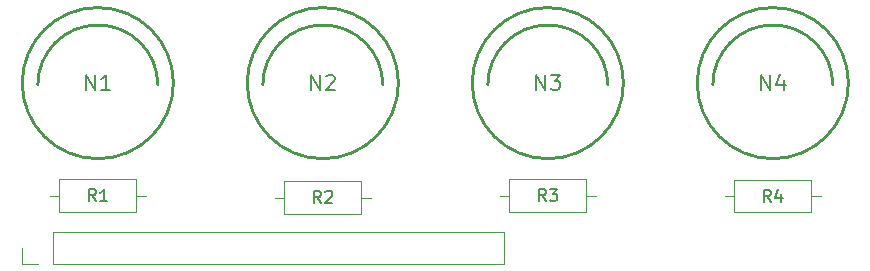
<source format=gbr>
%TF.GenerationSoftware,KiCad,Pcbnew,(6.0.5)*%
%TF.CreationDate,2022-05-25T01:16:54-04:00*%
%TF.ProjectId,in-16-carrier-rounded,696e2d31-362d-4636-9172-726965722d72,rev?*%
%TF.SameCoordinates,Original*%
%TF.FileFunction,Legend,Top*%
%TF.FilePolarity,Positive*%
%FSLAX46Y46*%
G04 Gerber Fmt 4.6, Leading zero omitted, Abs format (unit mm)*
G04 Created by KiCad (PCBNEW (6.0.5)) date 2022-05-25 01:16:54*
%MOMM*%
%LPD*%
G01*
G04 APERTURE LIST*
%ADD10C,0.150000*%
%ADD11C,0.254000*%
%ADD12C,0.120000*%
G04 APERTURE END LIST*
D10*
%TO.C,N2*%
X43482380Y-25974523D02*
X43482380Y-24704523D01*
X44208095Y-25974523D01*
X44208095Y-24704523D01*
X44752380Y-24825476D02*
X44812857Y-24765000D01*
X44933809Y-24704523D01*
X45236190Y-24704523D01*
X45357142Y-24765000D01*
X45417619Y-24825476D01*
X45478095Y-24946428D01*
X45478095Y-25067380D01*
X45417619Y-25248809D01*
X44691904Y-25974523D01*
X45478095Y-25974523D01*
%TO.C,R3*%
X63333333Y-35377380D02*
X63000000Y-34901190D01*
X62761904Y-35377380D02*
X62761904Y-34377380D01*
X63142857Y-34377380D01*
X63238095Y-34425000D01*
X63285714Y-34472619D01*
X63333333Y-34567857D01*
X63333333Y-34710714D01*
X63285714Y-34805952D01*
X63238095Y-34853571D01*
X63142857Y-34901190D01*
X62761904Y-34901190D01*
X63666666Y-34377380D02*
X64285714Y-34377380D01*
X63952380Y-34758333D01*
X64095238Y-34758333D01*
X64190476Y-34805952D01*
X64238095Y-34853571D01*
X64285714Y-34948809D01*
X64285714Y-35186904D01*
X64238095Y-35282142D01*
X64190476Y-35329761D01*
X64095238Y-35377380D01*
X63809523Y-35377380D01*
X63714285Y-35329761D01*
X63666666Y-35282142D01*
%TO.C,R1*%
X25233333Y-35377380D02*
X24900000Y-34901190D01*
X24661904Y-35377380D02*
X24661904Y-34377380D01*
X25042857Y-34377380D01*
X25138095Y-34425000D01*
X25185714Y-34472619D01*
X25233333Y-34567857D01*
X25233333Y-34710714D01*
X25185714Y-34805952D01*
X25138095Y-34853571D01*
X25042857Y-34901190D01*
X24661904Y-34901190D01*
X26185714Y-35377380D02*
X25614285Y-35377380D01*
X25900000Y-35377380D02*
X25900000Y-34377380D01*
X25804761Y-34520238D01*
X25709523Y-34615476D01*
X25614285Y-34663095D01*
%TO.C,N4*%
X81582380Y-25974523D02*
X81582380Y-24704523D01*
X82308095Y-25974523D01*
X82308095Y-24704523D01*
X83457142Y-25127857D02*
X83457142Y-25974523D01*
X83154761Y-24644047D02*
X82852380Y-25551190D01*
X83638571Y-25551190D01*
%TO.C,R2*%
X44283333Y-35526260D02*
X43950000Y-35050070D01*
X43711904Y-35526260D02*
X43711904Y-34526260D01*
X44092857Y-34526260D01*
X44188095Y-34573880D01*
X44235714Y-34621499D01*
X44283333Y-34716737D01*
X44283333Y-34859594D01*
X44235714Y-34954832D01*
X44188095Y-35002451D01*
X44092857Y-35050070D01*
X43711904Y-35050070D01*
X44664285Y-34621499D02*
X44711904Y-34573880D01*
X44807142Y-34526260D01*
X45045238Y-34526260D01*
X45140476Y-34573880D01*
X45188095Y-34621499D01*
X45235714Y-34716737D01*
X45235714Y-34811975D01*
X45188095Y-34954832D01*
X44616666Y-35526260D01*
X45235714Y-35526260D01*
%TO.C,N1*%
X24432380Y-25974523D02*
X24432380Y-24704523D01*
X25158095Y-25974523D01*
X25158095Y-24704523D01*
X26428095Y-25974523D02*
X25702380Y-25974523D01*
X26065238Y-25974523D02*
X26065238Y-24704523D01*
X25944285Y-24885952D01*
X25823333Y-25006904D01*
X25702380Y-25067380D01*
%TO.C,R4*%
X82383333Y-35433260D02*
X82050000Y-34957070D01*
X81811904Y-35433260D02*
X81811904Y-34433260D01*
X82192857Y-34433260D01*
X82288095Y-34480880D01*
X82335714Y-34528499D01*
X82383333Y-34623737D01*
X82383333Y-34766594D01*
X82335714Y-34861832D01*
X82288095Y-34909451D01*
X82192857Y-34957070D01*
X81811904Y-34957070D01*
X83240476Y-34766594D02*
X83240476Y-35433260D01*
X83002380Y-34385641D02*
X82764285Y-35099927D01*
X83383333Y-35099927D01*
%TO.C,N3*%
X62532380Y-25974523D02*
X62532380Y-24704523D01*
X63258095Y-25974523D01*
X63258095Y-24704523D01*
X63741904Y-24704523D02*
X64528095Y-24704523D01*
X64104761Y-25188333D01*
X64286190Y-25188333D01*
X64407142Y-25248809D01*
X64467619Y-25309285D01*
X64528095Y-25430238D01*
X64528095Y-25732619D01*
X64467619Y-25853571D01*
X64407142Y-25914047D01*
X64286190Y-25974523D01*
X63923333Y-25974523D01*
X63802380Y-25914047D01*
X63741904Y-25853571D01*
D11*
%TO.C,N2*%
X49530000Y-25557480D02*
G75*
G03*
X39370000Y-25557480I-5080000J0D01*
G01*
X50848260Y-25400000D02*
G75*
G03*
X50848260Y-25400000I-6398260J0D01*
G01*
D12*
%TO.C,R3*%
X67540000Y-34925000D02*
X66770000Y-34925000D01*
X60230000Y-36295000D02*
X66770000Y-36295000D01*
X60230000Y-33555000D02*
X60230000Y-36295000D01*
X66770000Y-33555000D02*
X60230000Y-33555000D01*
X59460000Y-34925000D02*
X60230000Y-34925000D01*
X66770000Y-36295000D02*
X66770000Y-33555000D01*
%TO.C,R1*%
X22130000Y-36295000D02*
X28670000Y-36295000D01*
X28670000Y-36295000D02*
X28670000Y-33555000D01*
X29440000Y-34925000D02*
X28670000Y-34925000D01*
X22130000Y-33555000D02*
X22130000Y-36295000D01*
X28670000Y-33555000D02*
X22130000Y-33555000D01*
X21360000Y-34925000D02*
X22130000Y-34925000D01*
D11*
%TO.C,N4*%
X87630000Y-25557480D02*
G75*
G03*
X77470000Y-25557480I-5080000J0D01*
G01*
X88948260Y-25400000D02*
G75*
G03*
X88948260Y-25400000I-6398260J0D01*
G01*
D12*
%TO.C,J1*%
X21590000Y-40700000D02*
X21590000Y-38040000D01*
X20320000Y-40700000D02*
X18990000Y-40700000D01*
X18990000Y-40700000D02*
X18990000Y-39370000D01*
X59750000Y-40700000D02*
X59750000Y-38040000D01*
X21590000Y-40700000D02*
X59750000Y-40700000D01*
X21590000Y-38040000D02*
X59750000Y-38040000D01*
%TO.C,R2*%
X47720000Y-33720880D02*
X41180000Y-33720880D01*
X40410000Y-35090880D02*
X41180000Y-35090880D01*
X41180000Y-36460880D02*
X47720000Y-36460880D01*
X41180000Y-33720880D02*
X41180000Y-36460880D01*
X47720000Y-36460880D02*
X47720000Y-33720880D01*
X48490000Y-35090880D02*
X47720000Y-35090880D01*
D11*
%TO.C,N1*%
X30480000Y-25557480D02*
G75*
G03*
X20320000Y-25557480I-5080000J0D01*
G01*
X31798260Y-25400000D02*
G75*
G03*
X31798260Y-25400000I-6398260J0D01*
G01*
D12*
%TO.C,R4*%
X85820000Y-33610880D02*
X79280000Y-33610880D01*
X79280000Y-36350880D02*
X85820000Y-36350880D01*
X86590000Y-34980880D02*
X85820000Y-34980880D01*
X78510000Y-34980880D02*
X79280000Y-34980880D01*
X79280000Y-33610880D02*
X79280000Y-36350880D01*
X85820000Y-36350880D02*
X85820000Y-33610880D01*
D11*
%TO.C,N3*%
X68580000Y-25557480D02*
G75*
G03*
X58420000Y-25557480I-5080000J0D01*
G01*
X69898260Y-25400000D02*
G75*
G03*
X69898260Y-25400000I-6398260J0D01*
G01*
%TD*%
M02*

</source>
